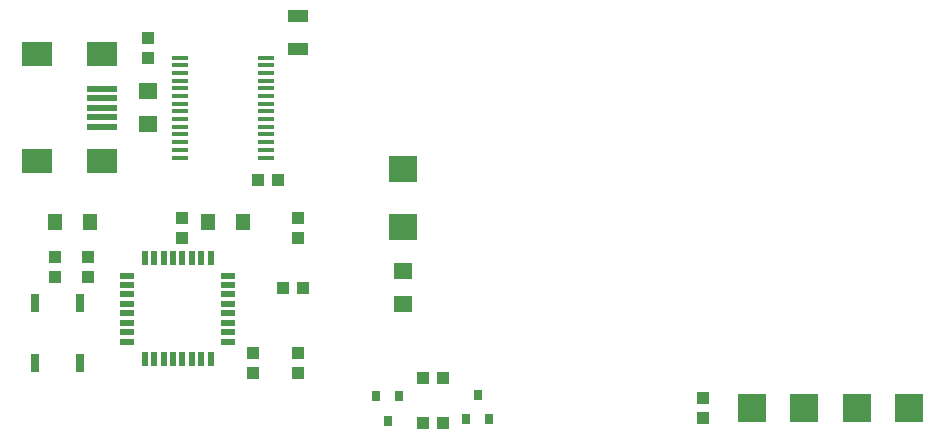
<source format=gbr>
G04 EAGLE Gerber RS-274X export*
G75*
%MOMM*%
%FSLAX34Y34*%
%LPD*%
%INSolderpaste Top*%
%IPPOS*%
%AMOC8*
5,1,8,0,0,1.08239X$1,22.5*%
G01*
%ADD10R,1.000000X1.100000*%
%ADD11R,1.100000X1.000000*%
%ADD12R,2.400000X2.200000*%
%ADD13R,0.800000X0.900000*%
%ADD14R,1.600000X1.400000*%
%ADD15R,1.270000X0.558800*%
%ADD16R,0.558800X1.270000*%
%ADD17R,0.762000X1.524000*%
%ADD18R,1.200000X1.400000*%
%ADD19R,1.397000X0.348000*%
%ADD20R,2.500000X0.500000*%
%ADD21R,2.500000X2.000000*%
%ADD22R,1.800000X1.000000*%
%ADD23R,2.400000X2.400000*%


D10*
X241300Y182000D03*
X241300Y199000D03*
D11*
X245990Y139700D03*
X228990Y139700D03*
D10*
X241300Y67700D03*
X241300Y84700D03*
D11*
X364100Y63500D03*
X347100Y63500D03*
X347100Y25400D03*
X364100Y25400D03*
D12*
X330200Y240440D03*
X330200Y191360D03*
D13*
X393700Y49100D03*
X403200Y28100D03*
X384200Y28100D03*
X317500Y27100D03*
X308000Y48100D03*
X327000Y48100D03*
D14*
X330200Y125700D03*
X330200Y153700D03*
D15*
X96774Y149920D03*
X96774Y141920D03*
X96774Y133920D03*
X96774Y125920D03*
X96774Y117920D03*
X96774Y109920D03*
X96774Y101920D03*
X96774Y93920D03*
D16*
X111700Y78994D03*
X119700Y78994D03*
X127700Y78994D03*
X135700Y78994D03*
X143700Y78994D03*
X151700Y78994D03*
X159700Y78994D03*
X167700Y78994D03*
D15*
X182626Y93920D03*
X182626Y101920D03*
X182626Y109920D03*
X182626Y117920D03*
X182626Y125920D03*
X182626Y133920D03*
X182626Y141920D03*
X182626Y149920D03*
D16*
X167700Y164846D03*
X159700Y164846D03*
X151700Y164846D03*
X143700Y164846D03*
X135700Y164846D03*
X127700Y164846D03*
X119700Y164846D03*
X111700Y164846D03*
D10*
X203200Y67700D03*
X203200Y84700D03*
D17*
X19050Y76200D03*
X19050Y127000D03*
X57150Y76200D03*
X57150Y127000D03*
D18*
X195340Y195580D03*
X165340Y195580D03*
D10*
X63500Y165980D03*
X63500Y148980D03*
X143510Y199000D03*
X143510Y182000D03*
D19*
X141240Y249850D03*
X141240Y256350D03*
X141240Y262850D03*
X141240Y269350D03*
X141240Y275850D03*
X141240Y282350D03*
X141240Y288850D03*
X141240Y301850D03*
X141240Y295350D03*
X141240Y308350D03*
X141240Y314850D03*
X141240Y321350D03*
X141240Y327850D03*
X141240Y334350D03*
X214360Y249850D03*
X214360Y256350D03*
X214360Y262850D03*
X214360Y269350D03*
X214360Y275850D03*
X214360Y282350D03*
X214360Y288850D03*
X214360Y295350D03*
X214360Y301850D03*
X214360Y308350D03*
X214360Y314850D03*
X214360Y321350D03*
X214360Y327850D03*
X214360Y334350D03*
D20*
X75800Y292100D03*
X75800Y300100D03*
X75800Y276100D03*
X75800Y284100D03*
D21*
X20800Y247100D03*
X20800Y337100D03*
X75800Y247100D03*
X75800Y337100D03*
D20*
X75800Y308100D03*
D10*
X114300Y334400D03*
X114300Y351400D03*
D14*
X114300Y278100D03*
X114300Y306100D03*
D10*
X35560Y165980D03*
X35560Y148980D03*
D18*
X35800Y195580D03*
X65800Y195580D03*
D22*
X241300Y369600D03*
X241300Y341600D03*
D11*
X207400Y231140D03*
X224400Y231140D03*
D23*
X669700Y38100D03*
X625700Y38100D03*
X758600Y38100D03*
X714600Y38100D03*
D10*
X584200Y46600D03*
X584200Y29600D03*
M02*

</source>
